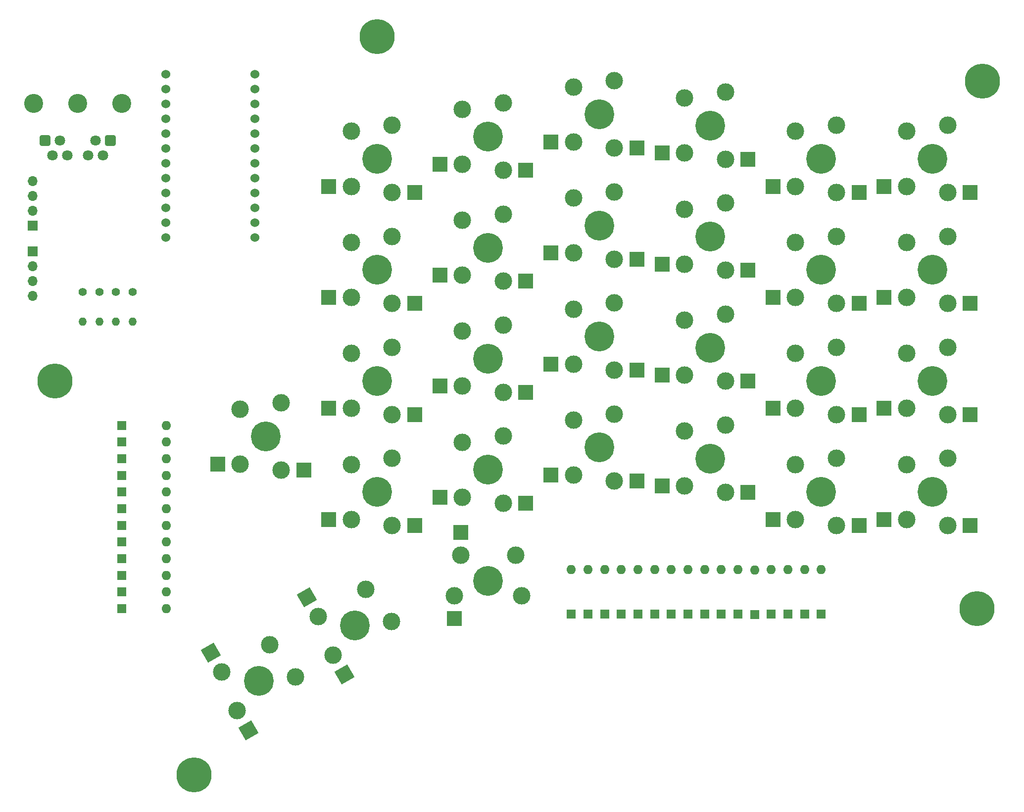
<source format=gbs>
%TF.GenerationSoftware,KiCad,Pcbnew,8.0.1*%
%TF.CreationDate,2024-04-28T15:39:47+00:00*%
%TF.ProjectId,split_kb,73706c69-745f-46b6-922e-6b696361645f,rev?*%
%TF.SameCoordinates,Original*%
%TF.FileFunction,Soldermask,Bot*%
%TF.FilePolarity,Negative*%
%FSLAX46Y46*%
G04 Gerber Fmt 4.6, Leading zero omitted, Abs format (unit mm)*
G04 Created by KiCad (PCBNEW 8.0.1) date 2024-04-28 15:39:47*
%MOMM*%
%LPD*%
G01*
G04 APERTURE LIST*
G04 Aperture macros list*
%AMRoundRect*
0 Rectangle with rounded corners*
0 $1 Rounding radius*
0 $2 $3 $4 $5 $6 $7 $8 $9 X,Y pos of 4 corners*
0 Add a 4 corners polygon primitive as box body*
4,1,4,$2,$3,$4,$5,$6,$7,$8,$9,$2,$3,0*
0 Add four circle primitives for the rounded corners*
1,1,$1+$1,$2,$3*
1,1,$1+$1,$4,$5*
1,1,$1+$1,$6,$7*
1,1,$1+$1,$8,$9*
0 Add four rect primitives between the rounded corners*
20,1,$1+$1,$2,$3,$4,$5,0*
20,1,$1+$1,$4,$5,$6,$7,0*
20,1,$1+$1,$6,$7,$8,$9,0*
20,1,$1+$1,$8,$9,$2,$3,0*%
%AMRotRect*
0 Rectangle, with rotation*
0 The origin of the aperture is its center*
0 $1 length*
0 $2 width*
0 $3 Rotation angle, in degrees counterclockwise*
0 Add horizontal line*
21,1,$1,$2,0,0,$3*%
G04 Aperture macros list end*
%ADD10R,1.600000X1.600000*%
%ADD11O,1.600000X1.600000*%
%ADD12C,3.000000*%
%ADD13C,5.100000*%
%ADD14C,3.250000*%
%ADD15RoundRect,0.250000X0.650000X0.650000X-0.650000X0.650000X-0.650000X-0.650000X0.650000X-0.650000X0*%
%ADD16C,1.800000*%
%ADD17C,0.800000*%
%ADD18C,6.000000*%
%ADD19C,1.524000*%
%ADD20C,1.400000*%
%ADD21O,1.400000X1.400000*%
%ADD22R,1.700000X1.700000*%
%ADD23O,1.700000X1.700000*%
%ADD24R,2.500000X2.550000*%
%ADD25RoundRect,0.250000X-0.650000X-0.650000X0.650000X-0.650000X0.650000X0.650000X-0.650000X0.650000X0*%
%ADD26R,2.550000X2.500000*%
%ADD27RotRect,2.500000X2.550000X300.000000*%
G04 APERTURE END LIST*
D10*
%TO.C,D26*%
X167200000Y-134920000D03*
D11*
X167200000Y-127300000D03*
%TD*%
D10*
%TO.C,D28*%
X84540000Y-125400000D03*
D11*
X92160000Y-125400000D03*
%TD*%
D12*
%TO.C,SW_back_24*%
X206850000Y-108250000D03*
D13*
X204250000Y-114000000D03*
D12*
X199850000Y-109300000D03*
%TD*%
%TO.C,SW_back_4*%
X187850000Y-45550000D03*
D13*
X185250000Y-51300000D03*
D12*
X180850000Y-46600000D03*
%TD*%
%TO.C,SW_back_10*%
X206850000Y-70250000D03*
D13*
X204250000Y-76000000D03*
D12*
X199850000Y-71300000D03*
%TD*%
%TO.C,SW_back_26*%
X168850000Y-100650000D03*
D13*
X166250000Y-106400000D03*
D12*
X161850000Y-101700000D03*
%TD*%
%TO.C,SW_back_13*%
X149850000Y-66450000D03*
D13*
X147250000Y-72200000D03*
D12*
X142850000Y-67500000D03*
%TD*%
D10*
%TO.C,D27*%
X84550000Y-102600000D03*
D11*
X92170000Y-102600000D03*
%TD*%
D14*
%TO.C,J3*%
X84550000Y-47500000D03*
X77050000Y-47500000D03*
D15*
X82640000Y-53850000D03*
D16*
X81370000Y-56390000D03*
X80100000Y-53850000D03*
X78830000Y-56390000D03*
%TD*%
D17*
%TO.C,H1*%
X126000000Y-36100000D03*
X126659010Y-34509010D03*
X126659010Y-37690990D03*
X128250000Y-33850000D03*
D18*
X128250000Y-36100000D03*
D17*
X128250000Y-38350000D03*
X129840990Y-34509010D03*
X129840990Y-37690990D03*
X130500000Y-36100000D03*
%TD*%
D12*
%TO.C,SW_back_16*%
X225850000Y-89250000D03*
D13*
X223250000Y-95000000D03*
D12*
X218850000Y-90300000D03*
%TD*%
D10*
%TO.C,D6*%
X84550000Y-105450000D03*
D11*
X92170000Y-105450000D03*
%TD*%
D12*
%TO.C,SW_back_3*%
X206850000Y-51250000D03*
D13*
X204250000Y-57000000D03*
D12*
X199850000Y-52300000D03*
%TD*%
D10*
%TO.C,D7*%
X84540000Y-114000000D03*
D11*
X92160000Y-114000000D03*
%TD*%
D10*
%TO.C,D4*%
X181450000Y-134930000D03*
D11*
X181450000Y-127310000D03*
%TD*%
D12*
%TO.C,SW_back_14*%
X130850000Y-70250000D03*
D13*
X128250000Y-76000000D03*
D12*
X123850000Y-71300000D03*
%TD*%
D10*
%TO.C,D21*%
X84540000Y-122550000D03*
D11*
X92160000Y-122550000D03*
%TD*%
D10*
%TO.C,D9*%
X195700000Y-134920000D03*
D11*
X195700000Y-127300000D03*
%TD*%
D12*
%TO.C,SW_back_19*%
X168850000Y-81650000D03*
D13*
X166250000Y-87400000D03*
D12*
X161850000Y-82700000D03*
%TD*%
D10*
%TO.C,D8*%
X84540000Y-133950000D03*
D11*
X92160000Y-133950000D03*
%TD*%
D12*
%TO.C,SW_back_21*%
X130850000Y-89250000D03*
D13*
X128250000Y-95000000D03*
D12*
X123850000Y-90300000D03*
%TD*%
D17*
%TO.C,H3*%
X229550000Y-43700000D03*
X230209010Y-42109010D03*
X230209010Y-45290990D03*
X231800000Y-41450000D03*
D18*
X231800000Y-43700000D03*
D17*
X231800000Y-45950000D03*
X233390990Y-42109010D03*
X233390990Y-45290990D03*
X234050000Y-43700000D03*
%TD*%
D10*
%TO.C,D20*%
X84540000Y-111150000D03*
D11*
X92160000Y-111150000D03*
%TD*%
D12*
%TO.C,SW_back_9*%
X225850000Y-70250000D03*
D13*
X223250000Y-76000000D03*
D12*
X218850000Y-71300000D03*
%TD*%
%TO.C,SW_back_1*%
X111850000Y-98750000D03*
D13*
X109250000Y-104500000D03*
D12*
X104850000Y-99800000D03*
%TD*%
D10*
%TO.C,D17*%
X187150000Y-134930000D03*
D11*
X187150000Y-127310000D03*
%TD*%
D19*
%TO.C,U_front1*%
X107361400Y-42522000D03*
X107361400Y-45062000D03*
X107361400Y-47602000D03*
X107361400Y-50142000D03*
X107361400Y-52682000D03*
X107361400Y-55222000D03*
X107361400Y-57762000D03*
X107361400Y-60302000D03*
X107361400Y-62842000D03*
X107361400Y-65382000D03*
X107361400Y-67922000D03*
X107361400Y-70462000D03*
X92141400Y-70462000D03*
X92141400Y-67922000D03*
X92141400Y-65382000D03*
X92141400Y-62842000D03*
X92141400Y-60302000D03*
X92141400Y-57762000D03*
X92141400Y-55222000D03*
X92141400Y-52682000D03*
X92141400Y-50142000D03*
X92141400Y-47602000D03*
X92141400Y-45062000D03*
X92141400Y-42522000D03*
%TD*%
D10*
%TO.C,D25*%
X178600000Y-134920000D03*
D11*
X178600000Y-127300000D03*
%TD*%
D10*
%TO.C,D15*%
X84550000Y-131100000D03*
D11*
X92170000Y-131100000D03*
%TD*%
D20*
%TO.C,R0*%
X77900000Y-79800000D03*
D21*
X77900000Y-84880000D03*
%TD*%
D10*
%TO.C,D24*%
X190000000Y-134930000D03*
D11*
X190000000Y-127310000D03*
%TD*%
D12*
%TO.C,SW_back_6*%
X149850000Y-47450000D03*
D13*
X147250000Y-53200000D03*
D12*
X142850000Y-48500000D03*
%TD*%
D20*
%TO.C,R2*%
X83600000Y-79800000D03*
D21*
X83600000Y-84880000D03*
%TD*%
D12*
%TO.C,SW_back_17*%
X206850000Y-89250000D03*
D13*
X204250000Y-95000000D03*
D12*
X199850000Y-90300000D03*
%TD*%
D20*
%TO.C,R1*%
X80750000Y-79800000D03*
D21*
X80750000Y-84880000D03*
%TD*%
D10*
%TO.C,D18*%
X175750000Y-134930000D03*
D11*
X175750000Y-127310000D03*
%TD*%
D12*
%TO.C,SW_back_5*%
X168850000Y-43650000D03*
D13*
X166250000Y-49400000D03*
D12*
X161850000Y-44700000D03*
%TD*%
%TO.C,SW_back_23*%
X225850000Y-108250000D03*
D13*
X223250000Y-114000000D03*
D12*
X218850000Y-109300000D03*
%TD*%
D10*
%TO.C,D16*%
X198550000Y-134930000D03*
D11*
X198550000Y-127310000D03*
%TD*%
D22*
%TO.C,J2*%
X69350000Y-68400000D03*
D23*
X69350000Y-65860000D03*
X69350000Y-63320000D03*
X69350000Y-60780000D03*
%TD*%
D17*
%TO.C,H4*%
X228600000Y-133950000D03*
X229259010Y-132359010D03*
X229259010Y-135540990D03*
X230850000Y-131700000D03*
D18*
X230850000Y-133950000D03*
D17*
X230850000Y-136200000D03*
X232440990Y-132359010D03*
X232440990Y-135540990D03*
X233100000Y-133950000D03*
%TD*%
%TO.C,H5*%
X70900000Y-95000000D03*
X71559010Y-93409010D03*
X71559010Y-96590990D03*
X73150000Y-92750000D03*
D18*
X73150000Y-95000000D03*
D17*
X73150000Y-97250000D03*
X74740990Y-93409010D03*
X74740990Y-96590990D03*
X75400000Y-95000000D03*
%TD*%
D10*
%TO.C,D14*%
X84540000Y-119700000D03*
D11*
X92160000Y-119700000D03*
%TD*%
D10*
%TO.C,D2*%
X204250000Y-134920000D03*
D11*
X204250000Y-127300000D03*
%TD*%
D12*
%TO.C,SW_back_22*%
X153000000Y-131800000D03*
D13*
X147250000Y-129200000D03*
D12*
X151950000Y-124800000D03*
%TD*%
%TO.C,SW_back_12*%
X168850000Y-62650000D03*
D13*
X166250000Y-68400000D03*
D12*
X161850000Y-63700000D03*
%TD*%
D10*
%TO.C,D13*%
X84570000Y-108300000D03*
D11*
X92190000Y-108300000D03*
%TD*%
D12*
%TO.C,SW_back_18*%
X187850000Y-83550000D03*
D13*
X185250000Y-89300000D03*
D12*
X180850000Y-84600000D03*
%TD*%
D10*
%TO.C,D22*%
X84540000Y-128250000D03*
D11*
X92160000Y-128250000D03*
%TD*%
D10*
%TO.C,D5*%
X170050000Y-134930000D03*
D11*
X170050000Y-127310000D03*
%TD*%
D20*
%TO.C,R3*%
X86450000Y-79800000D03*
D21*
X86450000Y-84880000D03*
%TD*%
D12*
%TO.C,SW_back_15*%
X130729646Y-136176666D03*
D13*
X124450000Y-136800000D03*
D12*
X126320319Y-130639488D03*
%TD*%
D17*
%TO.C,H2*%
X94650000Y-162450000D03*
X95309010Y-160859010D03*
X95309010Y-164040990D03*
X96900000Y-160200000D03*
D18*
X96900000Y-162450000D03*
D17*
X96900000Y-164700000D03*
X98490990Y-160859010D03*
X98490990Y-164040990D03*
X99150000Y-162450000D03*
%TD*%
D12*
%TO.C,SW_back_25*%
X187850000Y-102550000D03*
D13*
X185250000Y-108300000D03*
D12*
X180850000Y-103600000D03*
%TD*%
%TO.C,SW_back_20*%
X149850000Y-85450000D03*
D13*
X147250000Y-91200000D03*
D12*
X142850000Y-86500000D03*
%TD*%
D10*
%TO.C,D12*%
X161500000Y-134920000D03*
D11*
X161500000Y-127300000D03*
%TD*%
D10*
%TO.C,D1*%
X84550000Y-116850000D03*
D11*
X92170000Y-116850000D03*
%TD*%
D12*
%TO.C,SW_back_2*%
X225850000Y-51250000D03*
D13*
X223250000Y-57000000D03*
D12*
X218850000Y-52300000D03*
%TD*%
D10*
%TO.C,D19*%
X164350000Y-134930000D03*
D11*
X164350000Y-127310000D03*
%TD*%
D12*
%TO.C,SW_back_11*%
X187850000Y-64550000D03*
D13*
X185250000Y-70300000D03*
D12*
X180850000Y-65600000D03*
%TD*%
D10*
%TO.C,D10*%
X184300000Y-134930000D03*
D11*
X184300000Y-127310000D03*
%TD*%
D10*
%TO.C,D23*%
X201400000Y-134930000D03*
D11*
X201400000Y-127310000D03*
%TD*%
D10*
%TO.C,D11*%
X172900000Y-134930000D03*
D11*
X172900000Y-127310000D03*
%TD*%
D12*
%TO.C,SW_back_7*%
X130850000Y-51250000D03*
D13*
X128250000Y-57000000D03*
D12*
X123850000Y-52300000D03*
%TD*%
%TO.C,SW_back_27*%
X149850000Y-104450000D03*
D13*
X147250000Y-110200000D03*
D12*
X142850000Y-105500000D03*
%TD*%
%TO.C,SW_back_8*%
X114275164Y-145676666D03*
D13*
X107995518Y-146300000D03*
D12*
X109865837Y-140139488D03*
%TD*%
D10*
%TO.C,D3*%
X192850000Y-134940000D03*
D11*
X192850000Y-127320000D03*
%TD*%
D12*
%TO.C,SW_back_28*%
X130850000Y-108250000D03*
D13*
X128250000Y-114000000D03*
D12*
X123850000Y-109300000D03*
%TD*%
D22*
%TO.C,J4*%
X69350000Y-72820000D03*
D23*
X69350000Y-75360000D03*
X69350000Y-77900000D03*
X69350000Y-80440000D03*
%TD*%
D12*
%TO.C,SW_front_23*%
X225850000Y-119750000D03*
D13*
X223250000Y-114000000D03*
D12*
X218850000Y-118700000D03*
D24*
X215000000Y-118700000D03*
X229700000Y-119750000D03*
%TD*%
D12*
%TO.C,SW_front_16*%
X225850000Y-100750000D03*
D13*
X223250000Y-95000000D03*
D12*
X218850000Y-99700000D03*
D24*
X215000000Y-99700000D03*
X229700000Y-100750000D03*
%TD*%
D12*
%TO.C,SW_front_7*%
X130850000Y-62750000D03*
D13*
X128250000Y-57000000D03*
D12*
X123850000Y-61700000D03*
D24*
X120000000Y-61700000D03*
X134700000Y-62750000D03*
%TD*%
D12*
%TO.C,SW_front_9*%
X225850000Y-81750000D03*
D13*
X223250000Y-76000000D03*
D12*
X218850000Y-80700000D03*
D24*
X215000000Y-80700000D03*
X229700000Y-81750000D03*
%TD*%
D12*
%TO.C,SW_front_25*%
X187850000Y-114050000D03*
D13*
X185250000Y-108300000D03*
D12*
X180850000Y-113000000D03*
D24*
X177000000Y-113000000D03*
X191700000Y-114050000D03*
%TD*%
D14*
%TO.C,J1*%
X69550000Y-47500000D03*
X77050000Y-47500000D03*
D25*
X71460000Y-53850000D03*
D16*
X72730000Y-56390000D03*
X74000000Y-53850000D03*
X75270000Y-56390000D03*
%TD*%
D12*
%TO.C,SW_front_14*%
X130850000Y-81750000D03*
D13*
X128250000Y-76000000D03*
D12*
X123850000Y-80700000D03*
D24*
X120000000Y-80700000D03*
X134700000Y-81750000D03*
%TD*%
D12*
%TO.C,SW_front_11*%
X187850000Y-76050000D03*
D13*
X185250000Y-70300000D03*
D12*
X180850000Y-75000000D03*
D24*
X177000000Y-75000000D03*
X191700000Y-76050000D03*
%TD*%
D12*
%TO.C,SW_front_19*%
X168850000Y-93150000D03*
D13*
X166250000Y-87400000D03*
D12*
X161850000Y-92100000D03*
D24*
X158000000Y-92100000D03*
X172700000Y-93150000D03*
%TD*%
D12*
%TO.C,SW_front_2*%
X225850000Y-62750000D03*
D13*
X223250000Y-57000000D03*
D12*
X218850000Y-61700000D03*
D24*
X215000000Y-61700000D03*
X229700000Y-62750000D03*
%TD*%
D12*
%TO.C,SW_front_13*%
X149850000Y-77950000D03*
D13*
X147250000Y-72200000D03*
D12*
X142850000Y-76900000D03*
D24*
X139000000Y-76900000D03*
X153700000Y-77950000D03*
%TD*%
D12*
%TO.C,SW_front_20*%
X149850000Y-96950000D03*
D13*
X147250000Y-91200000D03*
D12*
X142850000Y-95900000D03*
D24*
X139000000Y-95900000D03*
X153700000Y-96950000D03*
%TD*%
D12*
%TO.C,SW_front_27*%
X149850000Y-115950000D03*
D13*
X147250000Y-110200000D03*
D12*
X142850000Y-114900000D03*
D24*
X139000000Y-114900000D03*
X153700000Y-115950000D03*
%TD*%
D12*
%TO.C,SW_front_3*%
X206850000Y-62750000D03*
D13*
X204250000Y-57000000D03*
D12*
X199850000Y-61700000D03*
D24*
X196000000Y-61700000D03*
X210700000Y-62750000D03*
%TD*%
D12*
%TO.C,SW_front_5*%
X168850000Y-55150000D03*
D13*
X166250000Y-49400000D03*
D12*
X161850000Y-54100000D03*
D24*
X158000000Y-54100000D03*
X172700000Y-55150000D03*
%TD*%
D12*
%TO.C,SW_front_10*%
X206850000Y-81750000D03*
D13*
X204250000Y-76000000D03*
D12*
X199850000Y-80700000D03*
D24*
X196000000Y-80700000D03*
X210700000Y-81750000D03*
%TD*%
D12*
%TO.C,SW_front_4*%
X187850000Y-57050000D03*
D13*
X185250000Y-51300000D03*
D12*
X180850000Y-56000000D03*
D24*
X177000000Y-56000000D03*
X191700000Y-57050000D03*
%TD*%
D12*
%TO.C,SW_front_17*%
X206850000Y-100750000D03*
D13*
X204250000Y-95000000D03*
D12*
X199850000Y-99700000D03*
D24*
X196000000Y-99700000D03*
X210700000Y-100750000D03*
%TD*%
D12*
%TO.C,SW_front_22*%
X141500000Y-131800000D03*
D13*
X147250000Y-129200000D03*
D12*
X142550000Y-124800000D03*
D26*
X142550000Y-120950000D03*
X141500000Y-135650000D03*
%TD*%
D12*
%TO.C,SW_front_21*%
X130850000Y-100750000D03*
D13*
X128250000Y-95000000D03*
D12*
X123850000Y-99700000D03*
D24*
X120000000Y-99700000D03*
X134700000Y-100750000D03*
%TD*%
D12*
%TO.C,SW_front_1*%
X111850000Y-110250000D03*
D13*
X109250000Y-104500000D03*
D12*
X104850000Y-109200000D03*
D24*
X101000000Y-109200000D03*
X115700000Y-110250000D03*
%TD*%
D12*
%TO.C,SW_front_18*%
X187850000Y-95050000D03*
D13*
X185250000Y-89300000D03*
D12*
X180850000Y-94000000D03*
D24*
X177000000Y-94000000D03*
X191700000Y-95050000D03*
%TD*%
D12*
%TO.C,SW_front_26*%
X168850000Y-112150000D03*
D13*
X166250000Y-106400000D03*
D12*
X161850000Y-111100000D03*
D24*
X158000000Y-111100000D03*
X172700000Y-112150000D03*
%TD*%
D12*
%TO.C,SW_front_28*%
X130850000Y-119750000D03*
D13*
X128250000Y-114000000D03*
D12*
X123850000Y-118700000D03*
D24*
X120000000Y-118700000D03*
X134700000Y-119750000D03*
%TD*%
D12*
%TO.C,SW_front_24*%
X206850000Y-119750000D03*
D13*
X204250000Y-114000000D03*
D12*
X199850000Y-118700000D03*
D24*
X196000000Y-118700000D03*
X210700000Y-119750000D03*
%TD*%
D12*
%TO.C,SW_front_12*%
X168850000Y-74150000D03*
D13*
X166250000Y-68400000D03*
D12*
X161850000Y-73100000D03*
D24*
X158000000Y-73100000D03*
X172700000Y-74150000D03*
%TD*%
D12*
%TO.C,SW_front_8*%
X104315872Y-151426666D03*
D13*
X107995518Y-146300000D03*
D12*
X101725199Y-144839488D03*
D27*
X99800199Y-141505290D03*
X106240872Y-154760864D03*
%TD*%
D12*
%TO.C,SW_front_15*%
X120770354Y-141926666D03*
D13*
X124450000Y-136800000D03*
D12*
X118179681Y-135339488D03*
D27*
X116254681Y-132005290D03*
X122695354Y-145260864D03*
%TD*%
D12*
%TO.C,SW_front_6*%
X149850000Y-58950000D03*
D13*
X147250000Y-53200000D03*
D12*
X142850000Y-57900000D03*
D24*
X139000000Y-57900000D03*
X153700000Y-58950000D03*
%TD*%
M02*

</source>
